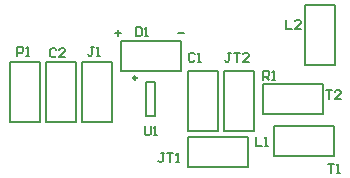
<source format=gto>
G04 Layer_Color=65535*
%FSLAX23Y23*%
%MOIN*%
G70*
G01*
G75*
%ADD21C,0.010*%
%ADD22C,0.008*%
%ADD23C,0.006*%
D21*
X1488Y1356D02*
G03*
X1488Y1356I-5J0D01*
G01*
D22*
X1860Y1060D02*
Y1160D01*
X1660Y1060D02*
X1860D01*
X1660D02*
Y1160D01*
X1860D01*
X1780Y1180D02*
X1880D01*
X1780D02*
Y1380D01*
X1880D01*
Y1180D02*
Y1380D01*
X1910Y1235D02*
Y1335D01*
X2110D01*
Y1235D02*
Y1335D01*
X1910Y1235D02*
X2110D01*
X1305Y1410D02*
X1405D01*
Y1210D02*
Y1410D01*
X1305Y1210D02*
X1405D01*
X1305D02*
Y1410D01*
X1185D02*
X1285D01*
Y1210D02*
Y1410D01*
X1185Y1210D02*
X1285D01*
X1185D02*
Y1410D01*
X1065D02*
X1165D01*
Y1210D02*
Y1410D01*
X1065Y1210D02*
X1165D01*
X1065D02*
Y1410D01*
X1635Y1380D02*
Y1480D01*
X1435Y1380D02*
X1635D01*
X1435D02*
Y1480D01*
X1635D01*
X1519Y1228D02*
Y1342D01*
X1551Y1228D02*
Y1342D01*
X1519D02*
X1551D01*
X1519Y1228D02*
X1551D01*
X2050Y1600D02*
X2150D01*
Y1400D02*
Y1600D01*
X2050Y1400D02*
X2150D01*
X2050D02*
Y1600D01*
X1945Y1095D02*
Y1195D01*
X2145D01*
Y1095D02*
Y1195D01*
X1945Y1095D02*
X2145D01*
X1660Y1180D02*
X1760D01*
X1660D02*
Y1380D01*
X1760D01*
Y1180D02*
Y1380D01*
D23*
X1580Y1105D02*
X1570D01*
X1575D01*
Y1080D01*
X1570Y1075D01*
X1565D01*
X1560Y1080D01*
X1590Y1105D02*
X1610D01*
X1600D01*
Y1075D01*
X1620D02*
X1630D01*
X1625D01*
Y1105D01*
X1620Y1100D01*
X1802Y1440D02*
X1792D01*
X1797D01*
Y1415D01*
X1792Y1410D01*
X1787D01*
X1782Y1415D01*
X1812Y1440D02*
X1832D01*
X1822D01*
Y1410D01*
X1862D02*
X1842D01*
X1862Y1430D01*
Y1435D01*
X1857Y1440D01*
X1847D01*
X1842Y1435D01*
X1910Y1350D02*
Y1380D01*
X1925D01*
X1930Y1375D01*
Y1365D01*
X1925Y1360D01*
X1910D01*
X1920D02*
X1930Y1350D01*
X1940D02*
X1950D01*
X1945D01*
Y1380D01*
X1940Y1375D01*
X1345Y1460D02*
X1335D01*
X1340D01*
Y1435D01*
X1335Y1430D01*
X1330D01*
X1325Y1435D01*
X1355Y1430D02*
X1365D01*
X1360D01*
Y1460D01*
X1355Y1455D01*
X1220Y1450D02*
X1215Y1455D01*
X1205D01*
X1200Y1450D01*
Y1430D01*
X1205Y1425D01*
X1215D01*
X1220Y1430D01*
X1250Y1425D02*
X1230D01*
X1250Y1445D01*
Y1450D01*
X1245Y1455D01*
X1235D01*
X1230Y1450D01*
X1090Y1430D02*
Y1460D01*
X1105D01*
X1110Y1455D01*
Y1445D01*
X1105Y1440D01*
X1090D01*
X1120Y1430D02*
X1130D01*
X1125D01*
Y1460D01*
X1120Y1455D01*
X1485Y1525D02*
Y1495D01*
X1500D01*
X1505Y1500D01*
Y1520D01*
X1500Y1525D01*
X1485D01*
X1515Y1495D02*
X1525D01*
X1520D01*
Y1525D01*
X1515Y1520D01*
X1515Y1195D02*
Y1170D01*
X1520Y1165D01*
X1530D01*
X1535Y1170D01*
Y1195D01*
X1545Y1165D02*
X1555D01*
X1550D01*
Y1195D01*
X1545Y1190D01*
X1985Y1550D02*
Y1520D01*
X2005D01*
X2035D02*
X2015D01*
X2035Y1540D01*
Y1545D01*
X2030Y1550D01*
X2020D01*
X2015Y1545D01*
X1885Y1160D02*
Y1130D01*
X1905D01*
X1915D02*
X1925D01*
X1920D01*
Y1160D01*
X1915Y1155D01*
X2119Y1316D02*
X2139D01*
X2129D01*
Y1286D01*
X2169D02*
X2149D01*
X2169Y1306D01*
Y1311D01*
X2164Y1316D01*
X2154D01*
X2149Y1311D01*
X2125Y1070D02*
X2145D01*
X2135D01*
Y1040D01*
X2155D02*
X2165D01*
X2160D01*
Y1070D01*
X2155Y1065D01*
X1682Y1435D02*
X1677Y1440D01*
X1667D01*
X1662Y1435D01*
Y1415D01*
X1667Y1410D01*
X1677D01*
X1682Y1415D01*
X1692Y1410D02*
X1702D01*
X1697D01*
Y1440D01*
X1692Y1435D01*
X1415Y1505D02*
X1435D01*
X1425Y1515D02*
Y1495D01*
X1625Y1505D02*
X1645D01*
M02*

</source>
